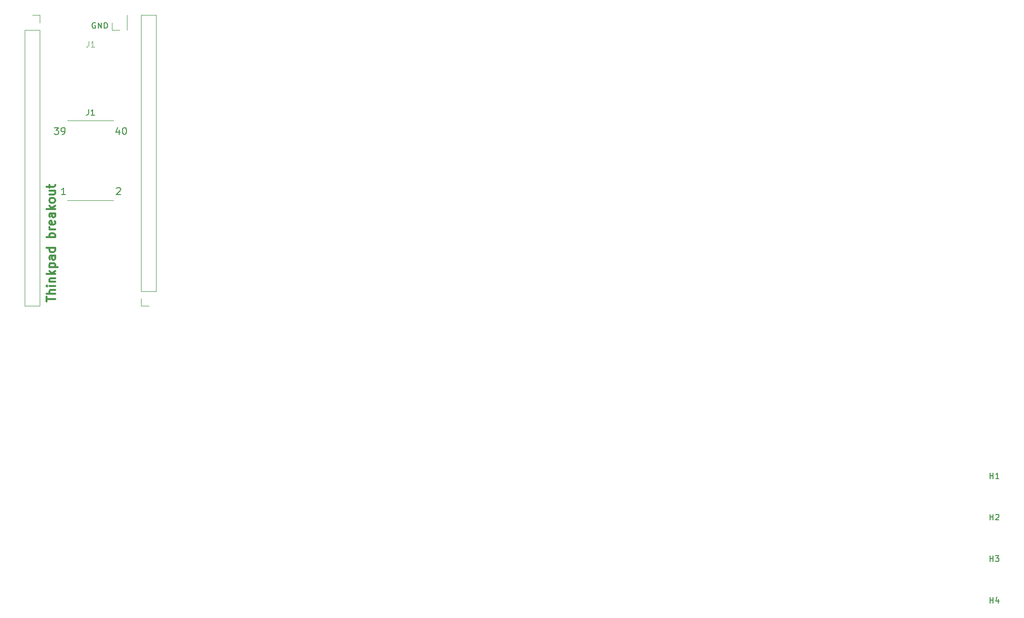
<source format=gbr>
%TF.GenerationSoftware,KiCad,Pcbnew,7.0.10*%
%TF.CreationDate,2024-01-15T01:50:30-05:00*%
%TF.ProjectId,Keyboard-connector-breakout,4b657962-6f61-4726-942d-636f6e6e6563,rev?*%
%TF.SameCoordinates,Original*%
%TF.FileFunction,Legend,Top*%
%TF.FilePolarity,Positive*%
%FSLAX46Y46*%
G04 Gerber Fmt 4.6, Leading zero omitted, Abs format (unit mm)*
G04 Created by KiCad (PCBNEW 7.0.10) date 2024-01-15 01:50:30*
%MOMM*%
%LPD*%
G01*
G04 APERTURE LIST*
%ADD10C,0.300000*%
%ADD11C,0.150000*%
%ADD12C,0.100000*%
%ADD13C,0.180000*%
%ADD14C,0.120000*%
G04 APERTURE END LIST*
D10*
X-7699171Y-24659774D02*
X-7699171Y-23802632D01*
X-6199171Y-24231203D02*
X-7699171Y-24231203D01*
X-6199171Y-23302632D02*
X-7699171Y-23302632D01*
X-6199171Y-22659775D02*
X-6984885Y-22659775D01*
X-6984885Y-22659775D02*
X-7127742Y-22731203D01*
X-7127742Y-22731203D02*
X-7199171Y-22874060D01*
X-7199171Y-22874060D02*
X-7199171Y-23088346D01*
X-7199171Y-23088346D02*
X-7127742Y-23231203D01*
X-7127742Y-23231203D02*
X-7056314Y-23302632D01*
X-6199171Y-21945489D02*
X-7199171Y-21945489D01*
X-7699171Y-21945489D02*
X-7627742Y-22016917D01*
X-7627742Y-22016917D02*
X-7556314Y-21945489D01*
X-7556314Y-21945489D02*
X-7627742Y-21874060D01*
X-7627742Y-21874060D02*
X-7699171Y-21945489D01*
X-7699171Y-21945489D02*
X-7556314Y-21945489D01*
X-7199171Y-21231203D02*
X-6199171Y-21231203D01*
X-7056314Y-21231203D02*
X-7127742Y-21159774D01*
X-7127742Y-21159774D02*
X-7199171Y-21016917D01*
X-7199171Y-21016917D02*
X-7199171Y-20802631D01*
X-7199171Y-20802631D02*
X-7127742Y-20659774D01*
X-7127742Y-20659774D02*
X-6984885Y-20588346D01*
X-6984885Y-20588346D02*
X-6199171Y-20588346D01*
X-6199171Y-19874060D02*
X-7699171Y-19874060D01*
X-6770600Y-19731203D02*
X-6199171Y-19302631D01*
X-7199171Y-19302631D02*
X-6627742Y-19874060D01*
X-7199171Y-18659774D02*
X-5699171Y-18659774D01*
X-7127742Y-18659774D02*
X-7199171Y-18516917D01*
X-7199171Y-18516917D02*
X-7199171Y-18231202D01*
X-7199171Y-18231202D02*
X-7127742Y-18088345D01*
X-7127742Y-18088345D02*
X-7056314Y-18016917D01*
X-7056314Y-18016917D02*
X-6913457Y-17945488D01*
X-6913457Y-17945488D02*
X-6484885Y-17945488D01*
X-6484885Y-17945488D02*
X-6342028Y-18016917D01*
X-6342028Y-18016917D02*
X-6270600Y-18088345D01*
X-6270600Y-18088345D02*
X-6199171Y-18231202D01*
X-6199171Y-18231202D02*
X-6199171Y-18516917D01*
X-6199171Y-18516917D02*
X-6270600Y-18659774D01*
X-6199171Y-16659774D02*
X-6984885Y-16659774D01*
X-6984885Y-16659774D02*
X-7127742Y-16731202D01*
X-7127742Y-16731202D02*
X-7199171Y-16874059D01*
X-7199171Y-16874059D02*
X-7199171Y-17159774D01*
X-7199171Y-17159774D02*
X-7127742Y-17302631D01*
X-6270600Y-16659774D02*
X-6199171Y-16802631D01*
X-6199171Y-16802631D02*
X-6199171Y-17159774D01*
X-6199171Y-17159774D02*
X-6270600Y-17302631D01*
X-6270600Y-17302631D02*
X-6413457Y-17374059D01*
X-6413457Y-17374059D02*
X-6556314Y-17374059D01*
X-6556314Y-17374059D02*
X-6699171Y-17302631D01*
X-6699171Y-17302631D02*
X-6770600Y-17159774D01*
X-6770600Y-17159774D02*
X-6770600Y-16802631D01*
X-6770600Y-16802631D02*
X-6842028Y-16659774D01*
X-6199171Y-15302631D02*
X-7699171Y-15302631D01*
X-6270600Y-15302631D02*
X-6199171Y-15445488D01*
X-6199171Y-15445488D02*
X-6199171Y-15731202D01*
X-6199171Y-15731202D02*
X-6270600Y-15874059D01*
X-6270600Y-15874059D02*
X-6342028Y-15945488D01*
X-6342028Y-15945488D02*
X-6484885Y-16016916D01*
X-6484885Y-16016916D02*
X-6913457Y-16016916D01*
X-6913457Y-16016916D02*
X-7056314Y-15945488D01*
X-7056314Y-15945488D02*
X-7127742Y-15874059D01*
X-7127742Y-15874059D02*
X-7199171Y-15731202D01*
X-7199171Y-15731202D02*
X-7199171Y-15445488D01*
X-7199171Y-15445488D02*
X-7127742Y-15302631D01*
X-6199171Y-13445488D02*
X-7699171Y-13445488D01*
X-7127742Y-13445488D02*
X-7199171Y-13302631D01*
X-7199171Y-13302631D02*
X-7199171Y-13016916D01*
X-7199171Y-13016916D02*
X-7127742Y-12874059D01*
X-7127742Y-12874059D02*
X-7056314Y-12802631D01*
X-7056314Y-12802631D02*
X-6913457Y-12731202D01*
X-6913457Y-12731202D02*
X-6484885Y-12731202D01*
X-6484885Y-12731202D02*
X-6342028Y-12802631D01*
X-6342028Y-12802631D02*
X-6270600Y-12874059D01*
X-6270600Y-12874059D02*
X-6199171Y-13016916D01*
X-6199171Y-13016916D02*
X-6199171Y-13302631D01*
X-6199171Y-13302631D02*
X-6270600Y-13445488D01*
X-6199171Y-12088345D02*
X-7199171Y-12088345D01*
X-6913457Y-12088345D02*
X-7056314Y-12016916D01*
X-7056314Y-12016916D02*
X-7127742Y-11945488D01*
X-7127742Y-11945488D02*
X-7199171Y-11802630D01*
X-7199171Y-11802630D02*
X-7199171Y-11659773D01*
X-6270600Y-10588345D02*
X-6199171Y-10731202D01*
X-6199171Y-10731202D02*
X-6199171Y-11016917D01*
X-6199171Y-11016917D02*
X-6270600Y-11159774D01*
X-6270600Y-11159774D02*
X-6413457Y-11231202D01*
X-6413457Y-11231202D02*
X-6984885Y-11231202D01*
X-6984885Y-11231202D02*
X-7127742Y-11159774D01*
X-7127742Y-11159774D02*
X-7199171Y-11016917D01*
X-7199171Y-11016917D02*
X-7199171Y-10731202D01*
X-7199171Y-10731202D02*
X-7127742Y-10588345D01*
X-7127742Y-10588345D02*
X-6984885Y-10516917D01*
X-6984885Y-10516917D02*
X-6842028Y-10516917D01*
X-6842028Y-10516917D02*
X-6699171Y-11231202D01*
X-6199171Y-9231203D02*
X-6984885Y-9231203D01*
X-6984885Y-9231203D02*
X-7127742Y-9302631D01*
X-7127742Y-9302631D02*
X-7199171Y-9445488D01*
X-7199171Y-9445488D02*
X-7199171Y-9731203D01*
X-7199171Y-9731203D02*
X-7127742Y-9874060D01*
X-6270600Y-9231203D02*
X-6199171Y-9374060D01*
X-6199171Y-9374060D02*
X-6199171Y-9731203D01*
X-6199171Y-9731203D02*
X-6270600Y-9874060D01*
X-6270600Y-9874060D02*
X-6413457Y-9945488D01*
X-6413457Y-9945488D02*
X-6556314Y-9945488D01*
X-6556314Y-9945488D02*
X-6699171Y-9874060D01*
X-6699171Y-9874060D02*
X-6770600Y-9731203D01*
X-6770600Y-9731203D02*
X-6770600Y-9374060D01*
X-6770600Y-9374060D02*
X-6842028Y-9231203D01*
X-6199171Y-8516917D02*
X-7699171Y-8516917D01*
X-6770600Y-8374060D02*
X-6199171Y-7945488D01*
X-7199171Y-7945488D02*
X-6627742Y-8516917D01*
X-6199171Y-7088345D02*
X-6270600Y-7231202D01*
X-6270600Y-7231202D02*
X-6342028Y-7302631D01*
X-6342028Y-7302631D02*
X-6484885Y-7374059D01*
X-6484885Y-7374059D02*
X-6913457Y-7374059D01*
X-6913457Y-7374059D02*
X-7056314Y-7302631D01*
X-7056314Y-7302631D02*
X-7127742Y-7231202D01*
X-7127742Y-7231202D02*
X-7199171Y-7088345D01*
X-7199171Y-7088345D02*
X-7199171Y-6874059D01*
X-7199171Y-6874059D02*
X-7127742Y-6731202D01*
X-7127742Y-6731202D02*
X-7056314Y-6659774D01*
X-7056314Y-6659774D02*
X-6913457Y-6588345D01*
X-6913457Y-6588345D02*
X-6484885Y-6588345D01*
X-6484885Y-6588345D02*
X-6342028Y-6659774D01*
X-6342028Y-6659774D02*
X-6270600Y-6731202D01*
X-6270600Y-6731202D02*
X-6199171Y-6874059D01*
X-6199171Y-6874059D02*
X-6199171Y-7088345D01*
X-7199171Y-5302631D02*
X-6199171Y-5302631D01*
X-7199171Y-5945488D02*
X-6413457Y-5945488D01*
X-6413457Y-5945488D02*
X-6270600Y-5874059D01*
X-6270600Y-5874059D02*
X-6199171Y-5731202D01*
X-6199171Y-5731202D02*
X-6199171Y-5516916D01*
X-6199171Y-5516916D02*
X-6270600Y-5374059D01*
X-6270600Y-5374059D02*
X-6342028Y-5302631D01*
X-7199171Y-4802630D02*
X-7199171Y-4231202D01*
X-7699171Y-4588345D02*
X-6413457Y-4588345D01*
X-6413457Y-4588345D02*
X-6270600Y-4516916D01*
X-6270600Y-4516916D02*
X-6199171Y-4374059D01*
X-6199171Y-4374059D02*
X-6199171Y-4231202D01*
D11*
X860588Y24082561D02*
X765350Y24130180D01*
X765350Y24130180D02*
X622493Y24130180D01*
X622493Y24130180D02*
X479636Y24082561D01*
X479636Y24082561D02*
X384398Y23987323D01*
X384398Y23987323D02*
X336779Y23892085D01*
X336779Y23892085D02*
X289160Y23701609D01*
X289160Y23701609D02*
X289160Y23558752D01*
X289160Y23558752D02*
X336779Y23368276D01*
X336779Y23368276D02*
X384398Y23273038D01*
X384398Y23273038D02*
X479636Y23177800D01*
X479636Y23177800D02*
X622493Y23130180D01*
X622493Y23130180D02*
X717731Y23130180D01*
X717731Y23130180D02*
X860588Y23177800D01*
X860588Y23177800D02*
X908207Y23225419D01*
X908207Y23225419D02*
X908207Y23558752D01*
X908207Y23558752D02*
X717731Y23558752D01*
X1336779Y23130180D02*
X1336779Y24130180D01*
X1336779Y24130180D02*
X1908207Y23130180D01*
X1908207Y23130180D02*
X1908207Y24130180D01*
X2384398Y23130180D02*
X2384398Y24130180D01*
X2384398Y24130180D02*
X2622493Y24130180D01*
X2622493Y24130180D02*
X2765350Y24082561D01*
X2765350Y24082561D02*
X2860588Y23987323D01*
X2860588Y23987323D02*
X2908207Y23892085D01*
X2908207Y23892085D02*
X2955826Y23701609D01*
X2955826Y23701609D02*
X2955826Y23558752D01*
X2955826Y23558752D02*
X2908207Y23368276D01*
X2908207Y23368276D02*
X2860588Y23273038D01*
X2860588Y23273038D02*
X2765350Y23177800D01*
X2765350Y23177800D02*
X2622493Y23130180D01*
X2622493Y23130180D02*
X2384398Y23130180D01*
X157138095Y-70144819D02*
X157138095Y-69144819D01*
X157138095Y-69621009D02*
X157709523Y-69621009D01*
X157709523Y-70144819D02*
X157709523Y-69144819D01*
X158090476Y-69144819D02*
X158709523Y-69144819D01*
X158709523Y-69144819D02*
X158376190Y-69525771D01*
X158376190Y-69525771D02*
X158519047Y-69525771D01*
X158519047Y-69525771D02*
X158614285Y-69573390D01*
X158614285Y-69573390D02*
X158661904Y-69621009D01*
X158661904Y-69621009D02*
X158709523Y-69716247D01*
X158709523Y-69716247D02*
X158709523Y-69954342D01*
X158709523Y-69954342D02*
X158661904Y-70049580D01*
X158661904Y-70049580D02*
X158614285Y-70097200D01*
X158614285Y-70097200D02*
X158519047Y-70144819D01*
X158519047Y-70144819D02*
X158233333Y-70144819D01*
X158233333Y-70144819D02*
X158138095Y-70097200D01*
X158138095Y-70097200D02*
X158090476Y-70049580D01*
D12*
X-333333Y20862580D02*
X-333333Y20148295D01*
X-333333Y20148295D02*
X-380952Y20005438D01*
X-380952Y20005438D02*
X-476190Y19910200D01*
X-476190Y19910200D02*
X-619047Y19862580D01*
X-619047Y19862580D02*
X-714285Y19862580D01*
X666666Y19862580D02*
X95238Y19862580D01*
X380952Y19862580D02*
X380952Y20862580D01*
X380952Y20862580D02*
X285714Y20719723D01*
X285714Y20719723D02*
X190476Y20624485D01*
X190476Y20624485D02*
X95238Y20576866D01*
D11*
X-333333Y8945180D02*
X-333333Y8230895D01*
X-333333Y8230895D02*
X-380952Y8088038D01*
X-380952Y8088038D02*
X-476190Y7992800D01*
X-476190Y7992800D02*
X-619047Y7945180D01*
X-619047Y7945180D02*
X-714285Y7945180D01*
X666666Y7945180D02*
X95238Y7945180D01*
X380952Y7945180D02*
X380952Y8945180D01*
X380952Y8945180D02*
X285714Y8802323D01*
X285714Y8802323D02*
X190476Y8707085D01*
X190476Y8707085D02*
X95238Y8659466D01*
D13*
X-4367293Y-5943782D02*
X-5053007Y-5943782D01*
X-4710150Y-5943782D02*
X-4710150Y-4743782D01*
X-4710150Y-4743782D02*
X-4824436Y-4915211D01*
X-4824436Y-4915211D02*
X-4938721Y-5029497D01*
X-4938721Y-5029497D02*
X-5053007Y-5086640D01*
X-6310150Y5756217D02*
X-5567293Y5756217D01*
X-5567293Y5756217D02*
X-5967293Y5299074D01*
X-5967293Y5299074D02*
X-5795864Y5299074D01*
X-5795864Y5299074D02*
X-5681579Y5241931D01*
X-5681579Y5241931D02*
X-5624436Y5184788D01*
X-5624436Y5184788D02*
X-5567293Y5070502D01*
X-5567293Y5070502D02*
X-5567293Y4784788D01*
X-5567293Y4784788D02*
X-5624436Y4670502D01*
X-5624436Y4670502D02*
X-5681579Y4613360D01*
X-5681579Y4613360D02*
X-5795864Y4556217D01*
X-5795864Y4556217D02*
X-6138721Y4556217D01*
X-6138721Y4556217D02*
X-6253007Y4613360D01*
X-6253007Y4613360D02*
X-6310150Y4670502D01*
X-4995864Y4556217D02*
X-4767293Y4556217D01*
X-4767293Y4556217D02*
X-4653007Y4613360D01*
X-4653007Y4613360D02*
X-4595864Y4670502D01*
X-4595864Y4670502D02*
X-4481579Y4841931D01*
X-4481579Y4841931D02*
X-4424436Y5070502D01*
X-4424436Y5070502D02*
X-4424436Y5527645D01*
X-4424436Y5527645D02*
X-4481579Y5641931D01*
X-4481579Y5641931D02*
X-4538722Y5699074D01*
X-4538722Y5699074D02*
X-4653007Y5756217D01*
X-4653007Y5756217D02*
X-4881579Y5756217D01*
X-4881579Y5756217D02*
X-4995864Y5699074D01*
X-4995864Y5699074D02*
X-5053007Y5641931D01*
X-5053007Y5641931D02*
X-5110150Y5527645D01*
X-5110150Y5527645D02*
X-5110150Y5241931D01*
X-5110150Y5241931D02*
X-5053007Y5127645D01*
X-5053007Y5127645D02*
X-4995864Y5070502D01*
X-4995864Y5070502D02*
X-4881579Y5013360D01*
X-4881579Y5013360D02*
X-4653007Y5013360D01*
X-4653007Y5013360D02*
X-4538722Y5070502D01*
X-4538722Y5070502D02*
X-4481579Y5127645D01*
X-4481579Y5127645D02*
X-4424436Y5241931D01*
X5018421Y5356217D02*
X5018421Y4556217D01*
X4732706Y5813360D02*
X4446992Y4956217D01*
X4446992Y4956217D02*
X5189849Y4956217D01*
X5875563Y5756217D02*
X5989849Y5756217D01*
X5989849Y5756217D02*
X6104135Y5699074D01*
X6104135Y5699074D02*
X6161278Y5641931D01*
X6161278Y5641931D02*
X6218420Y5527645D01*
X6218420Y5527645D02*
X6275563Y5299074D01*
X6275563Y5299074D02*
X6275563Y5013360D01*
X6275563Y5013360D02*
X6218420Y4784788D01*
X6218420Y4784788D02*
X6161278Y4670502D01*
X6161278Y4670502D02*
X6104135Y4613360D01*
X6104135Y4613360D02*
X5989849Y4556217D01*
X5989849Y4556217D02*
X5875563Y4556217D01*
X5875563Y4556217D02*
X5761278Y4613360D01*
X5761278Y4613360D02*
X5704135Y4670502D01*
X5704135Y4670502D02*
X5646992Y4784788D01*
X5646992Y4784788D02*
X5589849Y5013360D01*
X5589849Y5013360D02*
X5589849Y5299074D01*
X5589849Y5299074D02*
X5646992Y5527645D01*
X5646992Y5527645D02*
X5704135Y5641931D01*
X5704135Y5641931D02*
X5761278Y5699074D01*
X5761278Y5699074D02*
X5875563Y5756217D01*
X4546992Y-4858068D02*
X4604135Y-4800925D01*
X4604135Y-4800925D02*
X4718421Y-4743782D01*
X4718421Y-4743782D02*
X5004135Y-4743782D01*
X5004135Y-4743782D02*
X5118421Y-4800925D01*
X5118421Y-4800925D02*
X5175563Y-4858068D01*
X5175563Y-4858068D02*
X5232706Y-4972354D01*
X5232706Y-4972354D02*
X5232706Y-5086640D01*
X5232706Y-5086640D02*
X5175563Y-5258068D01*
X5175563Y-5258068D02*
X4489849Y-5943782D01*
X4489849Y-5943782D02*
X5232706Y-5943782D01*
D11*
X157138095Y-62894819D02*
X157138095Y-61894819D01*
X157138095Y-62371009D02*
X157709523Y-62371009D01*
X157709523Y-62894819D02*
X157709523Y-61894819D01*
X158138095Y-61990057D02*
X158185714Y-61942438D01*
X158185714Y-61942438D02*
X158280952Y-61894819D01*
X158280952Y-61894819D02*
X158519047Y-61894819D01*
X158519047Y-61894819D02*
X158614285Y-61942438D01*
X158614285Y-61942438D02*
X158661904Y-61990057D01*
X158661904Y-61990057D02*
X158709523Y-62085295D01*
X158709523Y-62085295D02*
X158709523Y-62180533D01*
X158709523Y-62180533D02*
X158661904Y-62323390D01*
X158661904Y-62323390D02*
X158090476Y-62894819D01*
X158090476Y-62894819D02*
X158709523Y-62894819D01*
X157138095Y-55644819D02*
X157138095Y-54644819D01*
X157138095Y-55121009D02*
X157709523Y-55121009D01*
X157709523Y-55644819D02*
X157709523Y-54644819D01*
X158709523Y-55644819D02*
X158138095Y-55644819D01*
X158423809Y-55644819D02*
X158423809Y-54644819D01*
X158423809Y-54644819D02*
X158328571Y-54787676D01*
X158328571Y-54787676D02*
X158233333Y-54882914D01*
X158233333Y-54882914D02*
X158138095Y-54930533D01*
X157138095Y-77394819D02*
X157138095Y-76394819D01*
X157138095Y-76871009D02*
X157709523Y-76871009D01*
X157709523Y-77394819D02*
X157709523Y-76394819D01*
X158614285Y-76728152D02*
X158614285Y-77394819D01*
X158376190Y-76347200D02*
X158138095Y-77061485D01*
X158138095Y-77061485D02*
X158757142Y-77061485D01*
D12*
%TO.C,J1*%
X-4000000Y7000000D02*
X4000000Y7000000D01*
X-4000000Y-7000000D02*
X4000000Y-7000000D01*
D14*
%TO.C,J4*%
X3750000Y22800000D02*
X3750000Y24130000D01*
X5080000Y22800000D02*
X3750000Y22800000D01*
X6350000Y22800000D02*
X6410000Y22800000D01*
X6350000Y22800000D02*
X6350000Y25460000D01*
X6410000Y22800000D02*
X6410000Y25460000D01*
X6350000Y25460000D02*
X6410000Y25460000D01*
%TO.C,J3*%
X11490000Y-22860000D02*
X11490000Y25460000D01*
X11490000Y-22860000D02*
X8830000Y-22860000D01*
X11490000Y25460000D02*
X8830000Y25460000D01*
X10160000Y-25460000D02*
X8830000Y-25460000D01*
X8830000Y-25460000D02*
X8830000Y-24130000D01*
X8830000Y-22860000D02*
X8830000Y25460000D01*
%TO.C,J2*%
X-11490000Y22860000D02*
X-11490000Y-25460000D01*
X-11490000Y22860000D02*
X-8830000Y22860000D01*
X-11490000Y-25460000D02*
X-8830000Y-25460000D01*
X-10160000Y25460000D02*
X-8830000Y25460000D01*
X-8830000Y25460000D02*
X-8830000Y24130000D01*
X-8830000Y22860000D02*
X-8830000Y-25460000D01*
%TD*%
M02*

</source>
